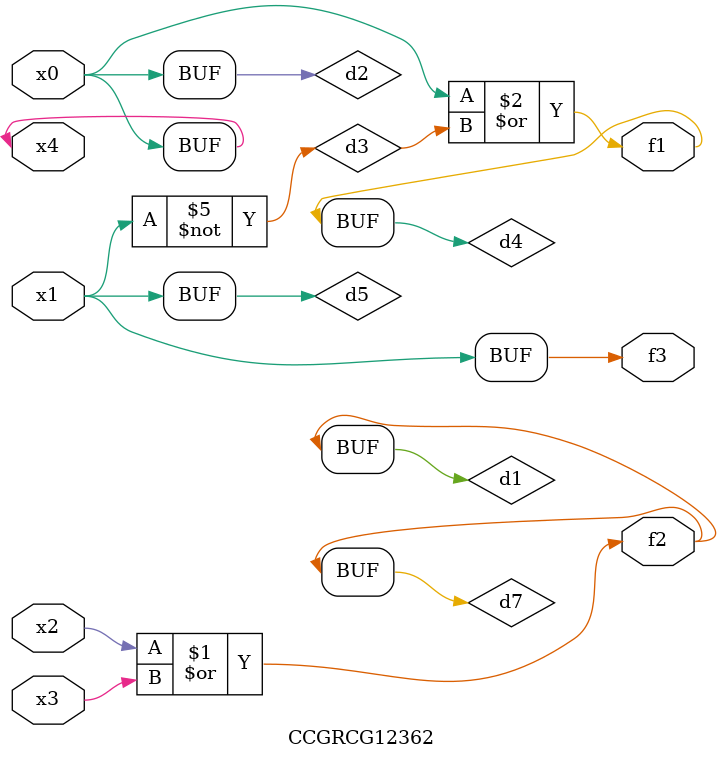
<source format=v>
module CCGRCG12362(
	input x0, x1, x2, x3, x4,
	output f1, f2, f3
);

	wire d1, d2, d3, d4, d5, d6, d7;

	or (d1, x2, x3);
	buf (d2, x0, x4);
	not (d3, x1);
	or (d4, d2, d3);
	not (d5, d3);
	nand (d6, d1, d3);
	or (d7, d1);
	assign f1 = d4;
	assign f2 = d7;
	assign f3 = d5;
endmodule

</source>
